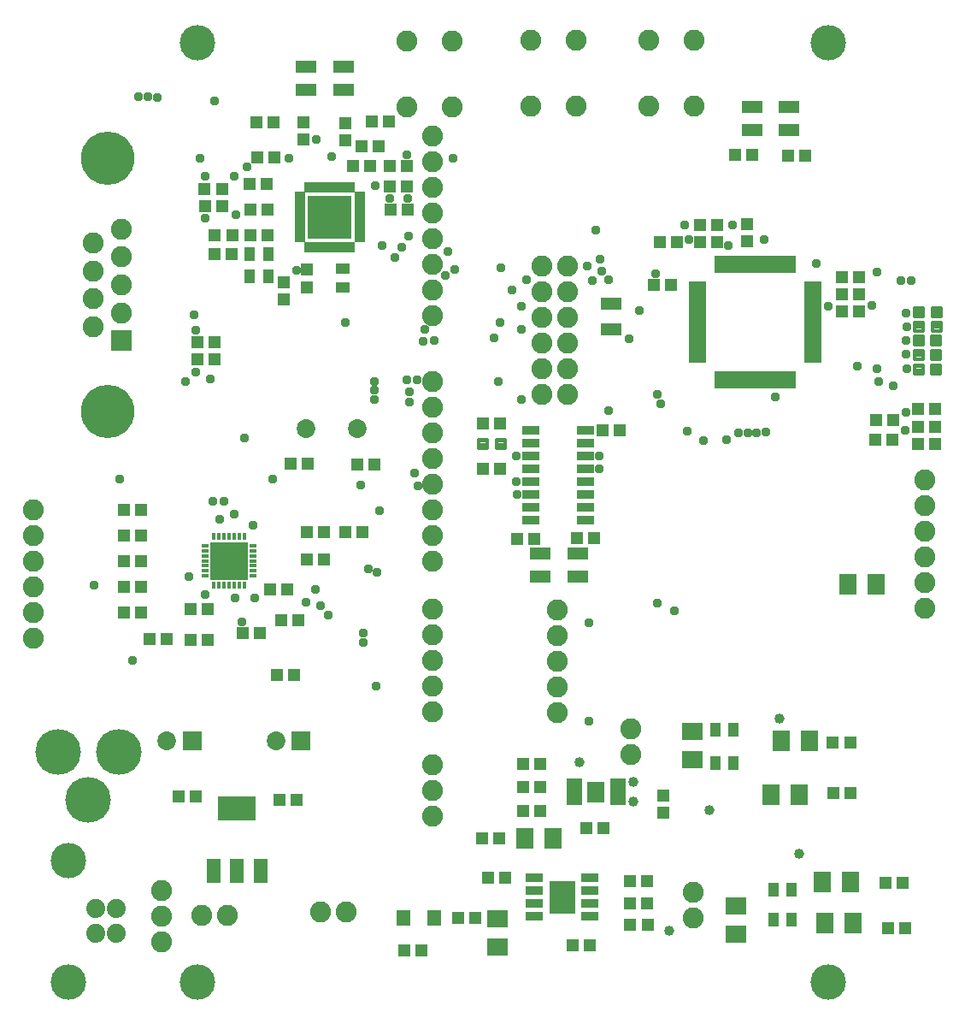
<source format=gbr>
G04 EAGLE Gerber X2 export*
%TF.Part,Single*%
%TF.FileFunction,Soldermask,Top,1*%
%TF.FilePolarity,Negative*%
%TF.GenerationSoftware,Autodesk,EAGLE,8.6.0*%
%TF.CreationDate,2018-05-31T17:21:58Z*%
G75*
%MOMM*%
%FSLAX34Y34*%
%LPD*%
%AMOC8*
5,1,8,0,0,1.08239X$1,22.5*%
G01*
%ADD10R,1.303200X1.203200*%
%ADD11C,1.854200*%
%ADD12R,1.854200X1.854200*%
%ADD13R,3.803200X3.803200*%
%ADD14R,0.453200X0.803200*%
%ADD15R,0.803200X0.453200*%
%ADD16C,4.521200*%
%ADD17C,1.879600*%
%ADD18C,3.505200*%
%ADD19C,2.082800*%
%ADD20R,1.422400X2.438400*%
%ADD21R,3.803200X2.403200*%
%ADD22R,1.753200X0.853200*%
%ADD23R,2.613200X3.303200*%
%ADD24R,1.403200X1.603200*%
%ADD25R,1.003200X1.403200*%
%ADD26R,1.625600X0.635000*%
%ADD27R,1.778000X2.082800*%
%ADD28R,1.203200X1.303200*%
%ADD29R,1.041400X0.482600*%
%ADD30R,0.482600X1.041400*%
%ADD31R,4.343400X4.343400*%
%ADD32C,0.965200*%
%ADD33R,1.403200X1.003200*%
%ADD34R,2.103200X1.303200*%
%ADD35R,2.082800X2.082800*%
%ADD36C,5.283200*%
%ADD37R,1.676400X0.482600*%
%ADD38R,0.482600X1.676400*%
%ADD39R,1.727200X0.838200*%
%ADD40C,0.360959*%
%ADD41R,2.003200X1.203200*%
%ADD42R,2.003200X1.803200*%
%ADD43R,1.803200X2.003200*%
%ADD44C,0.959600*%
%ADD45C,1.009600*%

G36*
X340111Y788669D02*
X340111Y788669D01*
X340111Y788670D01*
X340111Y831342D01*
X340107Y831347D01*
X340106Y831347D01*
X297434Y831347D01*
X297429Y831343D01*
X297429Y831342D01*
X297429Y788670D01*
X297433Y788665D01*
X297434Y788665D01*
X340106Y788665D01*
X340111Y788669D01*
G37*
G36*
X353573Y815339D02*
X353573Y815339D01*
X353573Y815340D01*
X353573Y819658D01*
X353569Y819663D01*
X353568Y819663D01*
X343662Y819663D01*
X343657Y819659D01*
X343657Y819658D01*
X343657Y815340D01*
X343661Y815335D01*
X343662Y815335D01*
X353568Y815335D01*
X353573Y815339D01*
G37*
G36*
X293883Y815339D02*
X293883Y815339D01*
X293883Y815340D01*
X293883Y819658D01*
X293879Y819663D01*
X293878Y819663D01*
X283972Y819663D01*
X283967Y819659D01*
X283967Y819658D01*
X283967Y815340D01*
X283971Y815335D01*
X283972Y815335D01*
X293878Y815335D01*
X293883Y815339D01*
G37*
G36*
X293883Y800353D02*
X293883Y800353D01*
X293883Y800354D01*
X293883Y804672D01*
X293879Y804677D01*
X293878Y804677D01*
X283972Y804677D01*
X283967Y804673D01*
X283967Y804672D01*
X283967Y800354D01*
X283971Y800349D01*
X283972Y800349D01*
X293878Y800349D01*
X293883Y800353D01*
G37*
G36*
X353573Y800353D02*
X353573Y800353D01*
X353573Y800354D01*
X353573Y804672D01*
X353569Y804677D01*
X353568Y804677D01*
X343662Y804677D01*
X343657Y804673D01*
X343657Y804672D01*
X343657Y800354D01*
X343661Y800349D01*
X343662Y800349D01*
X353568Y800349D01*
X353573Y800353D01*
G37*
G36*
X353573Y785367D02*
X353573Y785367D01*
X353573Y785368D01*
X353573Y789686D01*
X353569Y789691D01*
X353568Y789691D01*
X343662Y789691D01*
X343657Y789687D01*
X343657Y789686D01*
X343657Y785368D01*
X343661Y785363D01*
X343662Y785363D01*
X353568Y785363D01*
X353573Y785367D01*
G37*
G36*
X293883Y785367D02*
X293883Y785367D01*
X293883Y785368D01*
X293883Y789686D01*
X293879Y789691D01*
X293878Y789691D01*
X283972Y789691D01*
X283967Y789687D01*
X283967Y789686D01*
X283967Y785368D01*
X283971Y785363D01*
X283972Y785363D01*
X293878Y785363D01*
X293883Y785367D01*
G37*
G36*
X353573Y830325D02*
X353573Y830325D01*
X353573Y830326D01*
X353573Y834644D01*
X353569Y834649D01*
X353568Y834649D01*
X343662Y834649D01*
X343657Y834645D01*
X343657Y834644D01*
X343657Y830326D01*
X343661Y830321D01*
X343662Y830321D01*
X353568Y830321D01*
X353573Y830325D01*
G37*
G36*
X293883Y830325D02*
X293883Y830325D01*
X293883Y830326D01*
X293883Y834644D01*
X293879Y834649D01*
X293878Y834649D01*
X283972Y834649D01*
X283967Y834645D01*
X283967Y834644D01*
X283967Y830326D01*
X283971Y830321D01*
X283972Y830321D01*
X293878Y830321D01*
X293883Y830325D01*
G37*
G36*
X313441Y834897D02*
X313441Y834897D01*
X313441Y834898D01*
X313441Y844804D01*
X313437Y844809D01*
X313436Y844809D01*
X309118Y844809D01*
X309113Y844805D01*
X309113Y844804D01*
X309113Y834898D01*
X309117Y834893D01*
X309118Y834893D01*
X313436Y834893D01*
X313441Y834897D01*
G37*
G36*
X298455Y775207D02*
X298455Y775207D01*
X298455Y775208D01*
X298455Y785114D01*
X298451Y785119D01*
X298450Y785119D01*
X294132Y785119D01*
X294127Y785115D01*
X294127Y785114D01*
X294127Y775208D01*
X294131Y775203D01*
X294132Y775203D01*
X298450Y775203D01*
X298455Y775207D01*
G37*
G36*
X343413Y834897D02*
X343413Y834897D01*
X343413Y834898D01*
X343413Y844804D01*
X343409Y844809D01*
X343408Y844809D01*
X339090Y844809D01*
X339085Y844805D01*
X339085Y844804D01*
X339085Y834898D01*
X339089Y834893D01*
X339090Y834893D01*
X343408Y834893D01*
X343413Y834897D01*
G37*
G36*
X313441Y775207D02*
X313441Y775207D01*
X313441Y775208D01*
X313441Y785114D01*
X313437Y785119D01*
X313436Y785119D01*
X309118Y785119D01*
X309113Y785115D01*
X309113Y785114D01*
X309113Y775208D01*
X309117Y775203D01*
X309118Y775203D01*
X313436Y775203D01*
X313441Y775207D01*
G37*
G36*
X328427Y775207D02*
X328427Y775207D01*
X328427Y775208D01*
X328427Y785114D01*
X328423Y785119D01*
X328422Y785119D01*
X324104Y785119D01*
X324099Y785115D01*
X324099Y785114D01*
X324099Y775208D01*
X324103Y775203D01*
X324104Y775203D01*
X328422Y775203D01*
X328427Y775207D01*
G37*
G36*
X328427Y834897D02*
X328427Y834897D01*
X328427Y834898D01*
X328427Y844804D01*
X328423Y844809D01*
X328422Y844809D01*
X324104Y844809D01*
X324099Y844805D01*
X324099Y844804D01*
X324099Y834898D01*
X324103Y834893D01*
X324104Y834893D01*
X328422Y834893D01*
X328427Y834897D01*
G37*
G36*
X343413Y775207D02*
X343413Y775207D01*
X343413Y775208D01*
X343413Y785114D01*
X343409Y785119D01*
X343408Y785119D01*
X339090Y785119D01*
X339085Y785115D01*
X339085Y785114D01*
X339085Y775208D01*
X339089Y775203D01*
X339090Y775203D01*
X343408Y775203D01*
X343413Y775207D01*
G37*
G36*
X298455Y834897D02*
X298455Y834897D01*
X298455Y834898D01*
X298455Y844804D01*
X298451Y844809D01*
X298450Y844809D01*
X294132Y844809D01*
X294127Y844805D01*
X294127Y844804D01*
X294127Y834898D01*
X294131Y834893D01*
X294132Y834893D01*
X298450Y834893D01*
X298455Y834897D01*
G37*
G36*
X333253Y775207D02*
X333253Y775207D01*
X333253Y775208D01*
X333253Y785114D01*
X333249Y785119D01*
X333248Y785119D01*
X329184Y785119D01*
X329179Y785115D01*
X329179Y785114D01*
X329179Y775208D01*
X329183Y775203D01*
X329184Y775203D01*
X333248Y775203D01*
X333253Y775207D01*
G37*
G36*
X338333Y775207D02*
X338333Y775207D01*
X338333Y775208D01*
X338333Y785114D01*
X338329Y785119D01*
X338328Y785119D01*
X334264Y785119D01*
X334259Y785115D01*
X334259Y785114D01*
X334259Y775208D01*
X334263Y775203D01*
X334264Y775203D01*
X338328Y775203D01*
X338333Y775207D01*
G37*
G36*
X323347Y834897D02*
X323347Y834897D01*
X323347Y834898D01*
X323347Y844804D01*
X323343Y844809D01*
X323342Y844809D01*
X319278Y844809D01*
X319273Y844805D01*
X319273Y844804D01*
X319273Y834898D01*
X319277Y834893D01*
X319278Y834893D01*
X323342Y834893D01*
X323347Y834897D01*
G37*
G36*
X293883Y820419D02*
X293883Y820419D01*
X293883Y820420D01*
X293883Y824484D01*
X293879Y824489D01*
X293878Y824489D01*
X283972Y824489D01*
X283967Y824485D01*
X283967Y824484D01*
X283967Y820420D01*
X283971Y820415D01*
X283972Y820415D01*
X293878Y820415D01*
X293883Y820419D01*
G37*
G36*
X353573Y820419D02*
X353573Y820419D01*
X353573Y820420D01*
X353573Y824484D01*
X353569Y824489D01*
X353568Y824489D01*
X343662Y824489D01*
X343657Y824485D01*
X343657Y824484D01*
X343657Y820420D01*
X343661Y820415D01*
X343662Y820415D01*
X353568Y820415D01*
X353573Y820419D01*
G37*
G36*
X308361Y834897D02*
X308361Y834897D01*
X308361Y834898D01*
X308361Y844804D01*
X308357Y844809D01*
X308356Y844809D01*
X304292Y844809D01*
X304287Y844805D01*
X304287Y844804D01*
X304287Y834898D01*
X304291Y834893D01*
X304292Y834893D01*
X308356Y834893D01*
X308361Y834897D01*
G37*
G36*
X323347Y775207D02*
X323347Y775207D01*
X323347Y775208D01*
X323347Y785114D01*
X323343Y785119D01*
X323342Y785119D01*
X319278Y785119D01*
X319273Y785115D01*
X319273Y785114D01*
X319273Y775208D01*
X319277Y775203D01*
X319278Y775203D01*
X323342Y775203D01*
X323347Y775207D01*
G37*
G36*
X303281Y775207D02*
X303281Y775207D01*
X303281Y775208D01*
X303281Y785114D01*
X303277Y785119D01*
X303276Y785119D01*
X299212Y785119D01*
X299207Y785115D01*
X299207Y785114D01*
X299207Y775208D01*
X299211Y775203D01*
X299212Y775203D01*
X303276Y775203D01*
X303281Y775207D01*
G37*
G36*
X308361Y775207D02*
X308361Y775207D01*
X308361Y775208D01*
X308361Y785114D01*
X308357Y785119D01*
X308356Y785119D01*
X304292Y785119D01*
X304287Y785115D01*
X304287Y785114D01*
X304287Y775208D01*
X304291Y775203D01*
X304292Y775203D01*
X308356Y775203D01*
X308361Y775207D01*
G37*
G36*
X333253Y834897D02*
X333253Y834897D01*
X333253Y834898D01*
X333253Y844804D01*
X333249Y844809D01*
X333248Y844809D01*
X329184Y844809D01*
X329179Y844805D01*
X329179Y844804D01*
X329179Y834898D01*
X329183Y834893D01*
X329184Y834893D01*
X333248Y834893D01*
X333253Y834897D01*
G37*
G36*
X318267Y775207D02*
X318267Y775207D01*
X318267Y775208D01*
X318267Y785114D01*
X318263Y785119D01*
X318262Y785119D01*
X314198Y785119D01*
X314193Y785115D01*
X314193Y785114D01*
X314193Y775208D01*
X314197Y775203D01*
X314198Y775203D01*
X318262Y775203D01*
X318267Y775207D01*
G37*
G36*
X318267Y834897D02*
X318267Y834897D01*
X318267Y834898D01*
X318267Y844804D01*
X318263Y844809D01*
X318262Y844809D01*
X314198Y844809D01*
X314193Y844805D01*
X314193Y844804D01*
X314193Y834898D01*
X314197Y834893D01*
X314198Y834893D01*
X318262Y834893D01*
X318267Y834897D01*
G37*
G36*
X353573Y810513D02*
X353573Y810513D01*
X353573Y810514D01*
X353573Y814578D01*
X353569Y814583D01*
X353568Y814583D01*
X343662Y814583D01*
X343657Y814579D01*
X343657Y814578D01*
X343657Y810514D01*
X343661Y810509D01*
X343662Y810509D01*
X353568Y810509D01*
X353573Y810513D01*
G37*
G36*
X293883Y810513D02*
X293883Y810513D01*
X293883Y810514D01*
X293883Y814578D01*
X293879Y814583D01*
X293878Y814583D01*
X283972Y814583D01*
X283967Y814579D01*
X283967Y814578D01*
X283967Y810514D01*
X283971Y810509D01*
X283972Y810509D01*
X293878Y810509D01*
X293883Y810513D01*
G37*
G36*
X303281Y834897D02*
X303281Y834897D01*
X303281Y834898D01*
X303281Y844804D01*
X303277Y844809D01*
X303276Y844809D01*
X299212Y844809D01*
X299207Y844805D01*
X299207Y844804D01*
X299207Y834898D01*
X299211Y834893D01*
X299212Y834893D01*
X303276Y834893D01*
X303281Y834897D01*
G37*
G36*
X338333Y834897D02*
X338333Y834897D01*
X338333Y834898D01*
X338333Y844804D01*
X338329Y844809D01*
X338328Y844809D01*
X334264Y844809D01*
X334259Y844805D01*
X334259Y844804D01*
X334259Y834898D01*
X334263Y834893D01*
X334264Y834893D01*
X338328Y834893D01*
X338333Y834897D01*
G37*
G36*
X353573Y790447D02*
X353573Y790447D01*
X353573Y790448D01*
X353573Y794512D01*
X353569Y794517D01*
X353568Y794517D01*
X343662Y794517D01*
X343657Y794513D01*
X343657Y794512D01*
X343657Y790448D01*
X343661Y790443D01*
X343662Y790443D01*
X353568Y790443D01*
X353573Y790447D01*
G37*
G36*
X293883Y790447D02*
X293883Y790447D01*
X293883Y790448D01*
X293883Y794512D01*
X293879Y794517D01*
X293878Y794517D01*
X283972Y794517D01*
X283967Y794513D01*
X283967Y794512D01*
X283967Y790448D01*
X283971Y790443D01*
X283972Y790443D01*
X293878Y790443D01*
X293883Y790447D01*
G37*
G36*
X353573Y795527D02*
X353573Y795527D01*
X353573Y795528D01*
X353573Y799592D01*
X353569Y799597D01*
X353568Y799597D01*
X343662Y799597D01*
X343657Y799593D01*
X343657Y799592D01*
X343657Y795528D01*
X343661Y795523D01*
X343662Y795523D01*
X353568Y795523D01*
X353573Y795527D01*
G37*
G36*
X353573Y805433D02*
X353573Y805433D01*
X353573Y805434D01*
X353573Y809498D01*
X353569Y809503D01*
X353568Y809503D01*
X343662Y809503D01*
X343657Y809499D01*
X343657Y809498D01*
X343657Y805434D01*
X343661Y805429D01*
X343662Y805429D01*
X353568Y805429D01*
X353573Y805433D01*
G37*
G36*
X293883Y805433D02*
X293883Y805433D01*
X293883Y805434D01*
X293883Y809498D01*
X293879Y809503D01*
X293878Y809503D01*
X283972Y809503D01*
X283967Y809499D01*
X283967Y809498D01*
X283967Y805434D01*
X283971Y805429D01*
X283972Y805429D01*
X293878Y805429D01*
X293883Y805433D01*
G37*
G36*
X353573Y825499D02*
X353573Y825499D01*
X353573Y825500D01*
X353573Y829564D01*
X353569Y829569D01*
X353568Y829569D01*
X343662Y829569D01*
X343657Y829565D01*
X343657Y829564D01*
X343657Y825500D01*
X343661Y825495D01*
X343662Y825495D01*
X353568Y825495D01*
X353573Y825499D01*
G37*
G36*
X293883Y825499D02*
X293883Y825499D01*
X293883Y825500D01*
X293883Y829564D01*
X293879Y829569D01*
X293878Y829569D01*
X283972Y829569D01*
X283967Y829565D01*
X283967Y829564D01*
X283967Y825500D01*
X283971Y825495D01*
X283972Y825495D01*
X293878Y825495D01*
X293883Y825499D01*
G37*
G36*
X293883Y795527D02*
X293883Y795527D01*
X293883Y795528D01*
X293883Y799592D01*
X293879Y799597D01*
X293878Y799597D01*
X283972Y799597D01*
X283967Y799593D01*
X283967Y799592D01*
X283967Y795528D01*
X283971Y795523D01*
X283972Y795523D01*
X293878Y795523D01*
X293883Y795527D01*
G37*
%LPC*%
G36*
X308869Y800105D02*
X308869Y800105D01*
X308869Y804159D01*
X312923Y804159D01*
X312923Y800105D01*
X308869Y800105D01*
G37*
%LPD*%
%LPC*%
G36*
X316743Y800105D02*
X316743Y800105D01*
X316743Y804159D01*
X320797Y804159D01*
X320797Y800105D01*
X316743Y800105D01*
G37*
%LPD*%
%LPC*%
G36*
X324617Y800105D02*
X324617Y800105D01*
X324617Y804159D01*
X328671Y804159D01*
X328671Y800105D01*
X324617Y800105D01*
G37*
%LPD*%
%LPC*%
G36*
X332491Y800105D02*
X332491Y800105D01*
X332491Y804159D01*
X336545Y804159D01*
X336545Y800105D01*
X332491Y800105D01*
G37*
%LPD*%
%LPC*%
G36*
X300995Y800105D02*
X300995Y800105D01*
X300995Y804159D01*
X305049Y804159D01*
X305049Y800105D01*
X300995Y800105D01*
G37*
%LPD*%
%LPC*%
G36*
X332491Y807979D02*
X332491Y807979D01*
X332491Y812033D01*
X336545Y812033D01*
X336545Y807979D01*
X332491Y807979D01*
G37*
%LPD*%
%LPC*%
G36*
X300995Y792231D02*
X300995Y792231D01*
X300995Y796285D01*
X305049Y796285D01*
X305049Y792231D01*
X300995Y792231D01*
G37*
%LPD*%
%LPC*%
G36*
X316743Y792231D02*
X316743Y792231D01*
X316743Y796285D01*
X320797Y796285D01*
X320797Y792231D01*
X316743Y792231D01*
G37*
%LPD*%
%LPC*%
G36*
X324617Y792231D02*
X324617Y792231D01*
X324617Y796285D01*
X328671Y796285D01*
X328671Y792231D01*
X324617Y792231D01*
G37*
%LPD*%
%LPC*%
G36*
X332491Y792231D02*
X332491Y792231D01*
X332491Y796285D01*
X336545Y796285D01*
X336545Y792231D01*
X332491Y792231D01*
G37*
%LPD*%
%LPC*%
G36*
X308869Y792231D02*
X308869Y792231D01*
X308869Y796285D01*
X312923Y796285D01*
X312923Y792231D01*
X308869Y792231D01*
G37*
%LPD*%
%LPC*%
G36*
X324617Y807979D02*
X324617Y807979D01*
X324617Y812033D01*
X328671Y812033D01*
X328671Y807979D01*
X324617Y807979D01*
G37*
%LPD*%
%LPC*%
G36*
X324617Y823727D02*
X324617Y823727D01*
X324617Y827781D01*
X328671Y827781D01*
X328671Y823727D01*
X324617Y823727D01*
G37*
%LPD*%
%LPC*%
G36*
X308869Y807979D02*
X308869Y807979D01*
X308869Y812033D01*
X312923Y812033D01*
X312923Y807979D01*
X308869Y807979D01*
G37*
%LPD*%
%LPC*%
G36*
X300995Y807979D02*
X300995Y807979D01*
X300995Y812033D01*
X305049Y812033D01*
X305049Y807979D01*
X300995Y807979D01*
G37*
%LPD*%
%LPC*%
G36*
X316743Y823727D02*
X316743Y823727D01*
X316743Y827781D01*
X320797Y827781D01*
X320797Y823727D01*
X316743Y823727D01*
G37*
%LPD*%
%LPC*%
G36*
X300995Y823727D02*
X300995Y823727D01*
X300995Y827781D01*
X305049Y827781D01*
X305049Y823727D01*
X300995Y823727D01*
G37*
%LPD*%
%LPC*%
G36*
X332491Y815853D02*
X332491Y815853D01*
X332491Y819907D01*
X336545Y819907D01*
X336545Y815853D01*
X332491Y815853D01*
G37*
%LPD*%
%LPC*%
G36*
X324617Y815853D02*
X324617Y815853D01*
X324617Y819907D01*
X328671Y819907D01*
X328671Y815853D01*
X324617Y815853D01*
G37*
%LPD*%
%LPC*%
G36*
X316743Y815853D02*
X316743Y815853D01*
X316743Y819907D01*
X320797Y819907D01*
X320797Y815853D01*
X316743Y815853D01*
G37*
%LPD*%
%LPC*%
G36*
X308869Y815853D02*
X308869Y815853D01*
X308869Y819907D01*
X312923Y819907D01*
X312923Y815853D01*
X308869Y815853D01*
G37*
%LPD*%
%LPC*%
G36*
X300995Y815853D02*
X300995Y815853D01*
X300995Y819907D01*
X305049Y819907D01*
X305049Y815853D01*
X300995Y815853D01*
G37*
%LPD*%
%LPC*%
G36*
X308869Y823727D02*
X308869Y823727D01*
X308869Y827781D01*
X312923Y827781D01*
X312923Y823727D01*
X308869Y823727D01*
G37*
%LPD*%
%LPC*%
G36*
X332491Y823727D02*
X332491Y823727D01*
X332491Y827781D01*
X336545Y827781D01*
X336545Y823727D01*
X332491Y823727D01*
G37*
%LPD*%
%LPC*%
G36*
X316743Y807979D02*
X316743Y807979D01*
X316743Y812033D01*
X320797Y812033D01*
X320797Y807979D01*
X316743Y807979D01*
G37*
%LPD*%
D10*
X169300Y236538D03*
X186300Y236538D03*
D11*
X157363Y292100D03*
D12*
X182363Y292100D03*
D11*
X265313Y292100D03*
D12*
X290313Y292100D03*
D10*
X285995Y233680D03*
X268995Y233680D03*
D13*
X219075Y469900D03*
D14*
X219075Y493900D03*
X224075Y493900D03*
X229075Y493900D03*
X234075Y493900D03*
X214075Y493900D03*
X209075Y493900D03*
X204075Y493900D03*
X219075Y445900D03*
X224075Y445900D03*
X229075Y445900D03*
X234075Y445900D03*
D15*
X243075Y469900D03*
X243075Y464900D03*
X243075Y459900D03*
X243075Y454900D03*
X243075Y474900D03*
X243075Y479900D03*
X243075Y484900D03*
X195075Y469900D03*
X195075Y464900D03*
X195075Y459900D03*
X195075Y454900D03*
X195075Y474900D03*
X195075Y479900D03*
X195075Y484900D03*
D14*
X214075Y445900D03*
X209075Y445900D03*
X204075Y445900D03*
D16*
X109695Y280353D03*
X49695Y280353D03*
X79695Y233353D03*
D17*
X107188Y100784D03*
X107188Y125784D03*
X87376Y125784D03*
X87376Y100784D03*
D18*
X60198Y53086D03*
X60198Y173482D03*
D19*
X152083Y143447D03*
X152083Y118047D03*
X152083Y92647D03*
D10*
X266138Y357188D03*
X283138Y357188D03*
D20*
X203899Y162687D03*
X227013Y162687D03*
X250127Y162687D03*
D21*
X227013Y224665D03*
D11*
X295085Y601091D03*
X345885Y601091D03*
D10*
X345830Y565468D03*
X362830Y565468D03*
X296790Y566420D03*
X279790Y566420D03*
X296300Y471488D03*
X313300Y471488D03*
X296300Y498475D03*
X313300Y498475D03*
X334400Y498475D03*
X351400Y498475D03*
X259788Y441325D03*
X276788Y441325D03*
X270900Y411163D03*
X287900Y411163D03*
X157408Y392113D03*
X140408Y392113D03*
X198048Y421958D03*
X181048Y421958D03*
X181365Y391795D03*
X198365Y391795D03*
X114690Y520700D03*
X131690Y520700D03*
X114690Y495300D03*
X131690Y495300D03*
X114690Y469900D03*
X131690Y469900D03*
X114690Y444500D03*
X131690Y444500D03*
X114690Y419100D03*
X131690Y419100D03*
D19*
X25400Y520700D03*
X25400Y495300D03*
X25400Y469900D03*
X25400Y444500D03*
X25400Y419100D03*
X25400Y393700D03*
X217488Y119063D03*
X192088Y119063D03*
X334963Y122238D03*
X309563Y122238D03*
D10*
X232800Y398463D03*
X249800Y398463D03*
D19*
X517589Y920115D03*
X517589Y985139D03*
X562801Y920115D03*
X562801Y985139D03*
X420688Y646875D03*
X420688Y621475D03*
X420688Y596075D03*
X420688Y570675D03*
X420688Y545275D03*
X420688Y519875D03*
X420688Y494475D03*
X420688Y469075D03*
X420688Y422275D03*
X420688Y396875D03*
X420688Y371475D03*
X420688Y346075D03*
X420688Y320675D03*
X420688Y268288D03*
X420688Y242888D03*
X420688Y217488D03*
X678434Y142240D03*
X678434Y116840D03*
D10*
X559698Y89662D03*
X576698Y89662D03*
D22*
X521644Y156210D03*
X521644Y143510D03*
X521644Y130810D03*
X521644Y118110D03*
X576144Y118110D03*
X576144Y130810D03*
X576144Y143510D03*
X576144Y156210D03*
D23*
X548894Y137160D03*
D10*
X616594Y109728D03*
X633594Y109728D03*
X633340Y152654D03*
X616340Y152654D03*
X492624Y156210D03*
X475624Y156210D03*
X633340Y130810D03*
X616340Y130810D03*
D24*
X422162Y116586D03*
X392162Y116586D03*
D10*
X409312Y84582D03*
X392312Y84582D03*
D25*
X758334Y144272D03*
X776334Y144272D03*
X758588Y114554D03*
X776588Y114554D03*
D10*
X869578Y150876D03*
X886578Y150876D03*
X871610Y106680D03*
X888610Y106680D03*
D26*
X560832Y250698D03*
X560832Y244348D03*
X560832Y237744D03*
X560832Y231394D03*
X604520Y231394D03*
X604520Y237744D03*
X604520Y244348D03*
X604520Y250698D03*
D27*
X582676Y241046D03*
D28*
X648970Y237608D03*
X648970Y220608D03*
D10*
X527168Y269240D03*
X510168Y269240D03*
X510168Y222504D03*
X527168Y222504D03*
X510168Y245872D03*
X527168Y245872D03*
X572906Y205740D03*
X589906Y205740D03*
X462906Y116078D03*
X445906Y116078D03*
X486528Y194818D03*
X469528Y194818D03*
D19*
X616712Y303276D03*
X616712Y277876D03*
D25*
X700676Y269748D03*
X718676Y269748D03*
X700676Y302514D03*
X718676Y302514D03*
D10*
X817508Y240030D03*
X834508Y240030D03*
X817254Y290068D03*
X834254Y290068D03*
D29*
X289020Y832506D03*
X289020Y827506D03*
X289020Y822506D03*
X289020Y817506D03*
X289020Y812506D03*
X289020Y807506D03*
X289020Y802506D03*
X289020Y797506D03*
X289020Y792506D03*
X289020Y787506D03*
D30*
X296264Y780256D03*
X301266Y780256D03*
X306267Y780256D03*
X311268Y780256D03*
X316269Y780256D03*
X321271Y780256D03*
X326272Y780256D03*
X331273Y780256D03*
X336274Y780256D03*
X341276Y780256D03*
D29*
X348520Y787506D03*
X348520Y792506D03*
X348520Y797506D03*
X348520Y802506D03*
X348520Y807506D03*
X348520Y812506D03*
X348520Y817506D03*
X348520Y822506D03*
X348520Y827506D03*
X348520Y832506D03*
D30*
X341276Y839756D03*
X336274Y839756D03*
X331273Y839756D03*
X326272Y839756D03*
X321271Y839756D03*
X316269Y839756D03*
X311268Y839756D03*
X306267Y839756D03*
X301266Y839756D03*
X296264Y839756D03*
D31*
X318770Y810006D03*
D32*
X303022Y794258D03*
X303022Y802132D03*
X303022Y810006D03*
X303022Y817880D03*
X303022Y825754D03*
X310896Y794258D03*
X310896Y802132D03*
X310896Y810006D03*
X310896Y817880D03*
X310896Y825754D03*
X318770Y794258D03*
X318770Y802132D03*
X318770Y810006D03*
X318770Y817880D03*
X318770Y825754D03*
X326644Y794258D03*
X326644Y802132D03*
X326644Y810006D03*
X326644Y817880D03*
X326644Y825754D03*
X334518Y794258D03*
X334518Y802132D03*
X334518Y810006D03*
X334518Y817880D03*
X334518Y825754D03*
D28*
X296418Y757800D03*
X296418Y740800D03*
D33*
X331470Y758808D03*
X331470Y740808D03*
D10*
X239658Y842518D03*
X256658Y842518D03*
D25*
X239666Y773684D03*
X257666Y773684D03*
D10*
X378342Y860806D03*
X395342Y860806D03*
X264024Y868934D03*
X247024Y868934D03*
D25*
X257666Y751586D03*
X239666Y751586D03*
D10*
X240166Y817626D03*
X257166Y817626D03*
X195208Y820928D03*
X212208Y820928D03*
X194954Y837692D03*
X211954Y837692D03*
X187588Y686308D03*
X204588Y686308D03*
X187588Y669544D03*
X204588Y669544D03*
D34*
X295444Y936174D03*
X332444Y959174D03*
X295444Y959174D03*
X332444Y936174D03*
D28*
X292608Y886850D03*
X292608Y903850D03*
X334518Y903342D03*
X334518Y886342D03*
D10*
X246262Y904240D03*
X263262Y904240D03*
X360308Y905002D03*
X377308Y905002D03*
X378088Y840232D03*
X395088Y840232D03*
D19*
X395224Y919226D03*
X395224Y984250D03*
X440436Y919226D03*
X440436Y984250D03*
D10*
X396104Y817626D03*
X379104Y817626D03*
X350656Y880364D03*
X367656Y880364D03*
X342020Y860806D03*
X359020Y860806D03*
D28*
X273558Y745354D03*
X273558Y728354D03*
D10*
X257420Y792480D03*
X240420Y792480D03*
X222114Y792480D03*
X205114Y792480D03*
D35*
X112752Y687550D03*
D19*
X112752Y715250D03*
X112752Y742950D03*
X112752Y770650D03*
X112752Y798350D03*
X84352Y701450D03*
X84352Y729150D03*
X84352Y756750D03*
X84352Y784450D03*
D36*
X98552Y617950D03*
X98552Y867950D03*
D10*
X221352Y773684D03*
X204352Y773684D03*
D19*
X420688Y890270D03*
X420688Y864870D03*
X420688Y839470D03*
X420688Y814070D03*
X420688Y788670D03*
X420688Y763270D03*
X420688Y737870D03*
X420688Y712470D03*
X543814Y320040D03*
X543814Y345440D03*
X543814Y370840D03*
X543814Y396240D03*
X543814Y421640D03*
D18*
X812800Y53340D03*
X812800Y982980D03*
X187960Y982980D03*
X187960Y53340D03*
D37*
X683006Y743458D03*
X683006Y738378D03*
X683006Y733298D03*
X683006Y728472D03*
X683006Y723392D03*
X683006Y718312D03*
X683006Y713486D03*
X683006Y708406D03*
X683006Y703326D03*
X683006Y698246D03*
X683006Y693420D03*
X683006Y688340D03*
X683006Y683260D03*
X683006Y678434D03*
X683006Y673354D03*
X683006Y668274D03*
D38*
X702564Y648716D03*
X707644Y648716D03*
X712724Y648716D03*
X717550Y648716D03*
X722630Y648716D03*
X727710Y648716D03*
X732536Y648716D03*
X737616Y648716D03*
X742696Y648716D03*
X747776Y648716D03*
X752602Y648716D03*
X757682Y648716D03*
X762762Y648716D03*
X767588Y648716D03*
X772668Y648716D03*
X777748Y648716D03*
D37*
X797306Y668274D03*
X797306Y673354D03*
X797306Y678434D03*
X797306Y683260D03*
X797306Y688340D03*
X797306Y693420D03*
X797306Y698246D03*
X797306Y703326D03*
X797306Y708406D03*
X797306Y713486D03*
X797306Y718312D03*
X797306Y723392D03*
X797306Y728472D03*
X797306Y733298D03*
X797306Y738378D03*
X797306Y743458D03*
D38*
X777748Y763016D03*
X772668Y763016D03*
X767588Y763016D03*
X762762Y763016D03*
X757682Y763016D03*
X752602Y763016D03*
X747776Y763016D03*
X742696Y763016D03*
X737616Y763016D03*
X732536Y763016D03*
X727710Y763016D03*
X722630Y763016D03*
X717550Y763016D03*
X712724Y763016D03*
X707644Y763016D03*
X702564Y763016D03*
D39*
X517880Y586232D03*
X571780Y560832D03*
X517880Y598932D03*
X517880Y573532D03*
X517880Y560832D03*
X571780Y573532D03*
X571780Y548132D03*
X571780Y535432D03*
X517880Y535432D03*
X571780Y510032D03*
X517880Y548132D03*
X517880Y522732D03*
X571780Y522732D03*
X517880Y510032D03*
X571780Y586232D03*
X571780Y598932D03*
D10*
X589162Y599186D03*
X606162Y599186D03*
X487798Y560832D03*
X470798Y560832D03*
D40*
X474739Y581259D02*
X474739Y589681D01*
X474739Y581259D02*
X466317Y581259D01*
X466317Y589681D01*
X474739Y589681D01*
X474739Y584868D02*
X466317Y584868D01*
X466317Y588477D02*
X474739Y588477D01*
X492279Y589681D02*
X492279Y581259D01*
X483857Y581259D01*
X483857Y589681D01*
X492279Y589681D01*
X492279Y584868D02*
X483857Y584868D01*
X483857Y588477D02*
X492279Y588477D01*
D10*
X470544Y605536D03*
X487544Y605536D03*
D34*
X527346Y453828D03*
X564346Y476828D03*
X527346Y476828D03*
X564346Y453828D03*
D10*
X564016Y491998D03*
X581016Y491998D03*
X521072Y491744D03*
X504072Y491744D03*
D19*
X529336Y762000D03*
X554736Y762000D03*
X529336Y736600D03*
X554736Y736600D03*
X529336Y711200D03*
X554736Y711200D03*
X529336Y685800D03*
X554736Y685800D03*
X529336Y660400D03*
X554736Y660400D03*
X529336Y635000D03*
X554736Y635000D03*
D10*
X656962Y743204D03*
X639962Y743204D03*
X702682Y801878D03*
X685682Y801878D03*
X702682Y785368D03*
X685682Y785368D03*
D41*
X597154Y698954D03*
X597154Y723954D03*
D34*
X773896Y918788D03*
X736896Y895788D03*
X773896Y895788D03*
X736896Y918788D03*
D10*
X720226Y871474D03*
X737226Y871474D03*
X790058Y871220D03*
X773058Y871220D03*
X646058Y785368D03*
X663058Y785368D03*
D28*
X732536Y786266D03*
X732536Y803266D03*
D19*
X634746Y920242D03*
X634746Y985266D03*
X679958Y920242D03*
X679958Y985266D03*
D10*
X826398Y717042D03*
X843398Y717042D03*
X826144Y733552D03*
X843144Y733552D03*
X825890Y750316D03*
X842890Y750316D03*
D40*
X906285Y663341D02*
X906285Y654919D01*
X897863Y654919D01*
X897863Y663341D01*
X906285Y663341D01*
X906285Y658528D02*
X897863Y658528D01*
X897863Y662137D02*
X906285Y662137D01*
X923825Y663341D02*
X923825Y654919D01*
X915403Y654919D01*
X915403Y663341D01*
X923825Y663341D01*
X923825Y658528D02*
X915403Y658528D01*
X915403Y662137D02*
X923825Y662137D01*
X906285Y669651D02*
X906285Y678073D01*
X906285Y669651D02*
X897863Y669651D01*
X897863Y678073D01*
X906285Y678073D01*
X906285Y673260D02*
X897863Y673260D01*
X897863Y676869D02*
X906285Y676869D01*
X923825Y678073D02*
X923825Y669651D01*
X915403Y669651D01*
X915403Y678073D01*
X923825Y678073D01*
X923825Y673260D02*
X915403Y673260D01*
X915403Y676869D02*
X923825Y676869D01*
X906285Y683621D02*
X906285Y692043D01*
X906285Y683621D02*
X897863Y683621D01*
X897863Y692043D01*
X906285Y692043D01*
X906285Y687230D02*
X897863Y687230D01*
X897863Y690839D02*
X906285Y690839D01*
X923825Y692043D02*
X923825Y683621D01*
X915403Y683621D01*
X915403Y692043D01*
X923825Y692043D01*
X923825Y687230D02*
X915403Y687230D01*
X915403Y690839D02*
X923825Y690839D01*
X906539Y697591D02*
X906539Y706013D01*
X906539Y697591D02*
X898117Y697591D01*
X898117Y706013D01*
X906539Y706013D01*
X906539Y701200D02*
X898117Y701200D01*
X898117Y704809D02*
X906539Y704809D01*
X924079Y706013D02*
X924079Y697591D01*
X915657Y697591D01*
X915657Y706013D01*
X924079Y706013D01*
X924079Y701200D02*
X915657Y701200D01*
X915657Y704809D02*
X924079Y704809D01*
X906539Y711307D02*
X906539Y719729D01*
X906539Y711307D02*
X898117Y711307D01*
X898117Y719729D01*
X906539Y719729D01*
X906539Y714916D02*
X898117Y714916D01*
X898117Y718525D02*
X906539Y718525D01*
X924079Y719729D02*
X924079Y711307D01*
X915657Y711307D01*
X915657Y719729D01*
X924079Y719729D01*
X924079Y714916D02*
X915657Y714916D01*
X915657Y718525D02*
X924079Y718525D01*
D10*
X859418Y589534D03*
X876418Y589534D03*
X859672Y609600D03*
X876672Y609600D03*
X901582Y620268D03*
X918582Y620268D03*
X901836Y602488D03*
X918836Y602488D03*
X901836Y585216D03*
X918836Y585216D03*
D19*
X908304Y550164D03*
X908304Y524764D03*
X908304Y499364D03*
X908304Y473964D03*
X908304Y448564D03*
X908304Y423164D03*
D42*
X485140Y115600D03*
X485140Y87600D03*
D43*
X511780Y195580D03*
X539780Y195580D03*
D42*
X721360Y128300D03*
X721360Y100300D03*
X678180Y301020D03*
X678180Y273020D03*
D43*
X806420Y152400D03*
X834420Y152400D03*
X808960Y111760D03*
X836960Y111760D03*
X755620Y238760D03*
X783620Y238760D03*
X765780Y292100D03*
X793780Y292100D03*
X831820Y447040D03*
X859820Y447040D03*
D44*
X209550Y511175D03*
X123825Y371475D03*
X244475Y433388D03*
X309563Y425450D03*
D45*
X655320Y103886D03*
X784098Y179832D03*
X695198Y223266D03*
X764540Y313690D03*
D44*
X321056Y870204D03*
X395224Y871474D03*
X237236Y859790D03*
X204978Y925068D03*
X190500Y868680D03*
X175768Y646938D03*
X184658Y713232D03*
X713488Y782094D03*
X674876Y787527D03*
X641604Y754380D03*
X749272Y787527D03*
X575564Y310896D03*
X575564Y408940D03*
X202883Y528638D03*
X242888Y504825D03*
X349250Y544513D03*
X368300Y519113D03*
X111125Y550863D03*
X261938Y550863D03*
X304800Y441325D03*
X410972Y687070D03*
X405384Y648744D03*
X595376Y618236D03*
X625094Y717296D03*
X214313Y528638D03*
X223838Y515938D03*
X234442Y591312D03*
X422656Y687578D03*
X481330Y690880D03*
X390144Y780034D03*
X433578Y752602D03*
X499618Y738124D03*
X860806Y755904D03*
X397002Y790956D03*
X442750Y758190D03*
X513588Y748284D03*
X855726Y722884D03*
X395478Y648744D03*
X363220Y647644D03*
X147574Y928370D03*
X586232Y768378D03*
X812409Y721731D03*
X365563Y458078D03*
X405984Y543878D03*
X397792Y637158D03*
X363220Y638556D03*
X138486Y929132D03*
X615696Y689836D03*
X594614Y747776D03*
X402590Y556514D03*
X397538Y627380D03*
X363220Y629468D03*
X129236Y929182D03*
X582422Y797336D03*
X894588Y747014D03*
X225425Y433388D03*
X231775Y409575D03*
X179388Y454025D03*
X317500Y415925D03*
X352425Y388938D03*
X365125Y346075D03*
X195263Y436563D03*
X295275Y428625D03*
X352425Y398463D03*
X85725Y445770D03*
X200152Y650240D03*
X334518Y705358D03*
X286004Y757682D03*
D45*
X566420Y270764D03*
X619252Y250698D03*
X619506Y231394D03*
D44*
X395986Y828548D03*
X363474Y841502D03*
X278638Y868172D03*
X226060Y812038D03*
X224282Y850900D03*
X195072Y850392D03*
X195326Y808736D03*
X186182Y697738D03*
X185928Y656844D03*
X305562Y886968D03*
X588038Y756598D03*
X643636Y634182D03*
X383032Y769874D03*
X413343Y699020D03*
X356774Y462142D03*
X487906Y705866D03*
X800862Y764540D03*
X435610Y775970D03*
X440688Y867920D03*
X370840Y781812D03*
X573504Y761832D03*
X860806Y660400D03*
X578796Y747240D03*
X862838Y647446D03*
X488162Y759742D03*
X884936Y747014D03*
X508508Y722122D03*
X508508Y699262D03*
X508762Y629412D03*
X876808Y643128D03*
X646430Y625094D03*
X841502Y662686D03*
X378460Y828294D03*
X585724Y573786D03*
X585470Y561086D03*
X660255Y420733D03*
X503936Y548132D03*
X642874Y427736D03*
X504190Y535686D03*
X485874Y646938D03*
X503428Y573786D03*
X669980Y801950D03*
X718060Y802132D03*
X711708Y589506D03*
X689356Y589054D03*
X723686Y596900D03*
X890098Y659932D03*
X732774Y596900D03*
X889508Y674116D03*
X741862Y596646D03*
X889960Y687578D03*
X750950Y596928D03*
X890524Y701802D03*
X759968Y631670D03*
X890016Y715264D03*
X919614Y659130D03*
X889000Y598932D03*
X919614Y673862D03*
X889254Y617220D03*
X672592Y597916D03*
M02*

</source>
